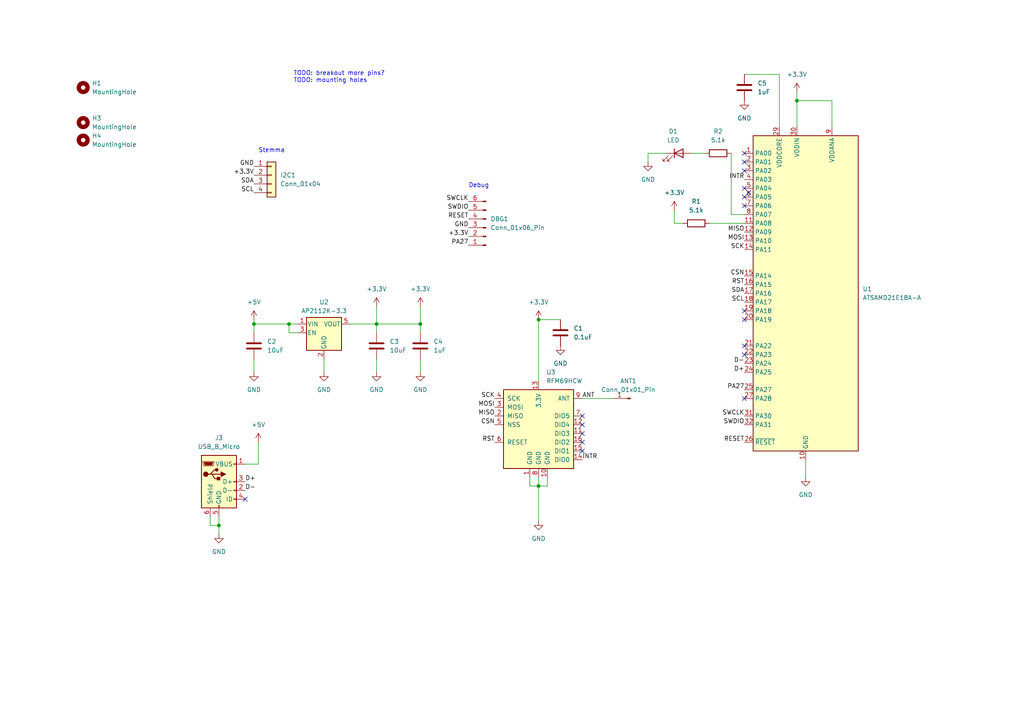
<source format=kicad_sch>
(kicad_sch (version 20230121) (generator eeschema)
  (paper "A4")
  (lib_symbols
    (symbol "Connector:Conn_01x01_Pin" (pin_names (offset 1.016) hide)
      (property "Reference" "J" (at 0 2.54 0))
      (property "Value" "Conn_01x01_Pin" (at 0 -2.54 0))
      (symbol "Conn_01x01_Pin_1_1"
        (polyline (pts (xy 1.27 0) (xy 0.8636 0)) (stroke (width 0.1524)))
        (rectangle (start 0.8636 0.127) (end 0 -0.127) (stroke (width 0.1524)) (fill (type outline)))
        (pin passive line (at 5.08 0 180) (length 3.81) (name "Pin_1") (number "1"))
      )
    )
    (symbol "Connector:Conn_01x06_Pin" (pin_names (offset 1.016) hide)
      (property "Reference" "J" (at 0 7.62 0))
      (property "Value" "Conn_01x06_Pin" (at 0 -10.16 0))
      (symbol "Conn_01x06_Pin_1_1"
        (polyline (pts (xy 1.27 -7.62) (xy 0.8636 -7.62)) (stroke (width 0.1524)))
        (polyline (pts (xy 1.27 -5.08) (xy 0.8636 -5.08)) (stroke (width 0.1524)))
        (polyline (pts (xy 1.27 -2.54) (xy 0.8636 -2.54)) (stroke (width 0.1524)))
        (polyline (pts (xy 1.27 0) (xy 0.8636 0)) (stroke (width 0.1524)))
        (polyline (pts (xy 1.27 2.54) (xy 0.8636 2.54)) (stroke (width 0.1524)))
        (polyline (pts (xy 1.27 5.08) (xy 0.8636 5.08)) (stroke (width 0.1524)))
        (rectangle (start 0.8636 -7.493) (end 0 -7.747) (stroke (width 0.1524)) (fill (type outline)))
        (rectangle (start 0.8636 -4.953) (end 0 -5.207) (stroke (width 0.1524)) (fill (type outline)))
        (rectangle (start 0.8636 -2.413) (end 0 -2.667) (stroke (width 0.1524)) (fill (type outline)))
        (rectangle (start 0.8636 0.127) (end 0 -0.127) (stroke (width 0.1524)) (fill (type outline)))
        (rectangle (start 0.8636 2.667) (end 0 2.413) (stroke (width 0.1524)) (fill (type outline)))
        (rectangle (start 0.8636 5.207) (end 0 4.953) (stroke (width 0.1524)) (fill (type outline)))
        (pin passive line (at 5.08 5.08 180) (length 3.81) (name "Pin_1") (number "1"))
        (pin passive line (at 5.08 2.54 180) (length 3.81) (name "Pin_2") (number "2"))
        (pin passive line (at 5.08 0 180) (length 3.81) (name "Pin_3") (number "3"))
        (pin passive line (at 5.08 -2.54 180) (length 3.81) (name "Pin_4") (number "4"))
        (pin passive line (at 5.08 -5.08 180) (length 3.81) (name "Pin_5") (number "5"))
        (pin passive line (at 5.08 -7.62 180) (length 3.81) (name "Pin_6") (number "6"))
      )
    )
    (symbol "Connector:USB_B_Micro" (pin_names (offset 1.016))
      (property "Reference" "J" (at -5.08 11.43 0))
      (property "Value" "USB_B_Micro" (at -5.08 8.89 0))
      (symbol "USB_B_Micro_0_1"
        (rectangle (start -5.08 -7.62) (end 5.08 7.62) (stroke (width 0.254)) (fill (type background)))
        (circle (center -3.81 2.159) (radius 0.635) (stroke (width 0.254)) (fill (type outline)))
        (circle (center -0.635 3.429) (radius 0.381) (stroke (width 0.254)) (fill (type outline)))
        (rectangle (start -0.127 -7.62) (end 0.127 -6.858))
        (polyline (pts (xy -1.905 2.159) (xy 0.635 2.159)) (stroke (width 0.254)))
        (polyline (pts (xy -3.175 2.159) (xy -2.54 2.159) (xy -1.27 3.429) (xy -0.635 3.429)) (stroke (width 0.254)))
        (polyline (pts (xy -2.54 2.159) (xy -1.905 2.159) (xy -1.27 0.889) (xy 0 0.889)) (stroke (width 0.254)))
        (polyline (pts (xy 0.635 2.794) (xy 0.635 1.524) (xy 1.905 2.159) (xy 0.635 2.794)) (stroke (width 0.254)) (fill (type outline)))
        (polyline (pts (xy -4.318 5.588) (xy -1.778 5.588) (xy -2.032 4.826) (xy -4.064 4.826) (xy -4.318 5.588)) (fill (type outline)))
        (polyline (pts (xy -4.699 5.842) (xy -4.699 5.588) (xy -4.445 4.826) (xy -4.445 4.572) (xy -1.651 4.572) (xy -1.651 4.826) (xy -1.397 5.588) (xy -1.397 5.842) (xy -4.699 5.842)))
        (rectangle (start 0.254 1.27) (end -0.508 0.508) (stroke (width 0.254)) (fill (type outline)))
        (rectangle (start 5.08 -5.207) (end 4.318 -4.953))
        (rectangle (start 5.08 -2.667) (end 4.318 -2.413))
        (rectangle (start 5.08 -0.127) (end 4.318 0.127))
        (rectangle (start 5.08 4.953) (end 4.318 5.207))
      )
      (symbol "USB_B_Micro_1_1"
        (pin power_out line (at 7.62 5.08 180) (length 2.54) (name "VBUS") (number "1"))
        (pin bidirectional line (at 7.62 -2.54 180) (length 2.54) (name "D-") (number "2"))
        (pin bidirectional line (at 7.62 0 180) (length 2.54) (name "D+") (number "3"))
        (pin passive line (at 7.62 -5.08 180) (length 2.54) (name "ID") (number "4"))
        (pin power_out line (at 0 -10.16 90) (length 2.54) (name "GND") (number "5"))
        (pin passive line (at -2.54 -10.16 90) (length 2.54) (name "Shield") (number "6"))
      )
    )
    (symbol "Connector_Generic:Conn_01x04" (pin_names (offset 1.016) hide)
      (property "Reference" "J" (at 0 5.08 0))
      (property "Value" "Conn_01x04" (at 0 -7.62 0))
      (symbol "Conn_01x04_1_1"
        (rectangle (start -1.27 -4.953) (end 0 -5.207) (stroke (width 0.1524)))
        (rectangle (start -1.27 -2.413) (end 0 -2.667) (stroke (width 0.1524)))
        (rectangle (start -1.27 0.127) (end 0 -0.127) (stroke (width 0.1524)))
        (rectangle (start -1.27 2.667) (end 0 2.413) (stroke (width 0.1524)))
        (rectangle (start -1.27 3.81) (end 1.27 -6.35) (stroke (width 0.254)) (fill (type background)))
        (pin passive line (at -5.08 2.54 0) (length 3.81) (name "Pin_1") (number "1"))
        (pin passive line (at -5.08 0 0) (length 3.81) (name "Pin_2") (number "2"))
        (pin passive line (at -5.08 -2.54 0) (length 3.81) (name "Pin_3") (number "3"))
        (pin passive line (at -5.08 -5.08 0) (length 3.81) (name "Pin_4") (number "4"))
      )
    )
    (symbol "Device:C" (pin_numbers hide) (pin_names (offset 0.254))
      (property "Reference" "C" (at 0.635 2.54 0))
      (property "Value" "C" (at 0.635 -2.54 0))
      (symbol "C_0_1"
        (polyline (pts (xy -2.032 -0.762) (xy 2.032 -0.762)) (stroke (width 0.508)))
        (polyline (pts (xy -2.032 0.762) (xy 2.032 0.762)) (stroke (width 0.508)))
      )
      (symbol "C_1_1"
        (pin passive line (at 0 3.81 270) (length 2.794) (name "~") (number "1"))
        (pin passive line (at 0 -3.81 90) (length 2.794) (name "~") (number "2"))
      )
    )
    (symbol "Device:LED" (pin_numbers hide) (pin_names (offset 1.016) hide)
      (property "Reference" "D" (at 0 2.54 0))
      (property "Value" "LED" (at 0 -2.54 0))
      (symbol "LED_0_1"
        (polyline (pts (xy -1.27 -1.27) (xy -1.27 1.27)) (stroke (width 0.254)))
        (polyline (pts (xy -1.27 0) (xy 1.27 0)))
        (polyline (pts (xy 1.27 -1.27) (xy 1.27 1.27) (xy -1.27 0) (xy 1.27 -1.27)) (stroke (width 0.254)))
        (polyline (pts (xy -3.048 -0.762) (xy -4.572 -2.286) (xy -3.81 -2.286) (xy -4.572 -2.286) (xy -4.572 -1.524)))
        (polyline (pts (xy -1.778 -0.762) (xy -3.302 -2.286) (xy -2.54 -2.286) (xy -3.302 -2.286) (xy -3.302 -1.524)))
      )
      (symbol "LED_1_1"
        (pin passive line (at -3.81 0 0) (length 2.54) (name "K") (number "1"))
        (pin passive line (at 3.81 0 180) (length 2.54) (name "A") (number "2"))
      )
    )
    (symbol "Device:R" (pin_numbers hide) (pin_names (offset 0))
      (property "Reference" "R" (at 2.032 0 90))
      (property "Value" "R" (at 0 0 90))
      (symbol "R_0_1"
        (rectangle (start -1.016 -2.54) (end 1.016 2.54) (stroke (width 0.254)))
      )
      (symbol "R_1_1"
        (pin passive line (at 0 3.81 270) (length 1.27) (name "~") (number "1"))
        (pin passive line (at 0 -3.81 90) (length 1.27) (name "~") (number "2"))
      )
    )
    (symbol "MCU_Microchip_SAMD:ATSAMD21E18A-A"
      (property "Reference" "U" (at -13.97 46.99 0))
      (property "Value" "ATSAMD21E18A-A" (at 16.51 46.99 0))
      (symbol "ATSAMD21E18A-A_1_1"
        (rectangle (start -15.24 45.72) (end 15.24 -45.72) (stroke (width 0.254)) (fill (type background)))
        (pin bidirectional line (at -17.78 40.64 0) (length 2.54) (name "PA00") (number "1"))
        (pin power_in line (at 0 -48.26 90) (length 2.54) (name "GND") (number "10"))
        (pin bidirectional line (at -17.78 20.32 0) (length 2.54) (name "PA08") (number "11"))
        (pin bidirectional line (at -17.78 17.78 0) (length 2.54) (name "PA09") (number "12"))
        (pin bidirectional line (at -17.78 15.24 0) (length 2.54) (name "PA10") (number "13"))
        (pin bidirectional line (at -17.78 12.7 0) (length 2.54) (name "PA11") (number "14"))
        (pin bidirectional line (at -17.78 5.08 0) (length 2.54) (name "PA14") (number "15"))
        (pin bidirectional line (at -17.78 2.54 0) (length 2.54) (name "PA15") (number "16"))
        (pin bidirectional line (at -17.78 0 0) (length 2.54) (name "PA16") (number "17"))
        (pin bidirectional line (at -17.78 -2.54 0) (length 2.54) (name "PA17") (number "18"))
        (pin bidirectional line (at -17.78 -5.08 0) (length 2.54) (name "PA18") (number "19"))
        (pin bidirectional line (at -17.78 38.1 0) (length 2.54) (name "PA01") (number "2"))
        (pin bidirectional line (at -17.78 -7.62 0) (length 2.54) (name "PA19") (number "20"))
        (pin bidirectional line (at -17.78 -15.24 0) (length 2.54) (name "PA22") (number "21"))
        (pin bidirectional line (at -17.78 -17.78 0) (length 2.54) (name "PA23") (number "22"))
        (pin bidirectional line (at -17.78 -20.32 0) (length 2.54) (name "PA24") (number "23"))
        (pin bidirectional line (at -17.78 -22.86 0) (length 2.54) (name "PA25") (number "24"))
        (pin bidirectional line (at -17.78 -27.94 0) (length 2.54) (name "PA27") (number "25"))
        (pin input line (at -17.78 -43.18 0) (length 2.54) (name "~{RESET}") (number "26"))
        (pin bidirectional line (at -17.78 -30.48 0) (length 2.54) (name "PA28") (number "27"))
        (pin passive line (at 0 -48.26 90) (length 2.54) hide (name "GND") (number "28"))
        (pin power_out line (at -7.62 48.26 270) (length 2.54) (name "VDDCORE") (number "29"))
        (pin bidirectional line (at -17.78 35.56 0) (length 2.54) (name "PA02") (number "3"))
        (pin power_in line (at -2.54 48.26 270) (length 2.54) (name "VDDIN") (number "30"))
        (pin bidirectional line (at -17.78 -35.56 0) (length 2.54) (name "PA30") (number "31"))
        (pin bidirectional line (at -17.78 -38.1 0) (length 2.54) (name "PA31") (number "32"))
        (pin bidirectional line (at -17.78 33.02 0) (length 2.54) (name "PA03") (number "4"))
        (pin bidirectional line (at -17.78 30.48 0) (length 2.54) (name "PA04") (number "5"))
        (pin bidirectional line (at -17.78 27.94 0) (length 2.54) (name "PA05") (number "6"))
        (pin bidirectional line (at -17.78 25.4 0) (length 2.54) (name "PA06") (number "7"))
        (pin bidirectional line (at -17.78 22.86 0) (length 2.54) (name "PA07") (number "8"))
        (pin power_in line (at 7.62 48.26 270) (length 2.54) (name "VDDANA") (number "9"))
      )
    )
    (symbol "Mechanical:MountingHole" (pin_names (offset 1.016))
      (property "Reference" "H" (at 0 5.08 0))
      (property "Value" "MountingHole" (at 0 3.175 0))
      (symbol "MountingHole_0_1"
        (circle (center 0 0) (radius 1.27) (stroke (width 1.27)))
      )
    )
    (symbol "RF_Module:RFM69HCW" (pin_names (offset 1.016))
      (property "Reference" "U" (at -10.414 11.684 0))
      (property "Value" "RFM69HCW" (at 1.524 11.43 0))
      (symbol "RFM69HCW_0_1"
        (rectangle (start -10.16 10.16) (end 10.16 -12.7) (stroke (width 0.254)) (fill (type background)))
      )
      (symbol "RFM69HCW_1_1"
        (pin power_in line (at -2.54 -15.24 90) (length 2.54) (name "GND") (number "1"))
        (pin power_in line (at 2.54 -15.24 90) (length 2.54) (name "GND") (number "10"))
        (pin bidirectional line (at 12.7 -2.54 180) (length 2.54) (name "DIO3") (number "11"))
        (pin bidirectional line (at 12.7 0 180) (length 2.54) (name "DIO4") (number "12"))
        (pin power_in line (at 0 12.7 270) (length 2.54) (name "3.3V") (number "13"))
        (pin bidirectional line (at 12.7 -10.16 180) (length 2.54) (name "DIO0") (number "14"))
        (pin bidirectional line (at 12.7 -7.62 180) (length 2.54) (name "DIO1") (number "15"))
        (pin bidirectional line (at 12.7 -5.08 180) (length 2.54) (name "DIO2") (number "16"))
        (pin output line (at -12.7 2.54 0) (length 2.54) (name "MISO") (number "2"))
        (pin input line (at -12.7 5.08 0) (length 2.54) (name "MOSI") (number "3"))
        (pin input line (at -12.7 7.62 0) (length 2.54) (name "SCK") (number "4"))
        (pin input line (at -12.7 0 0) (length 2.54) (name "NSS") (number "5"))
        (pin bidirectional line (at -12.7 -5.08 0) (length 2.54) (name "RESET") (number "6"))
        (pin bidirectional line (at 12.7 2.54 180) (length 2.54) (name "DIO5") (number "7"))
        (pin power_in line (at 0 -15.24 90) (length 2.54) (name "GND") (number "8"))
        (pin bidirectional line (at 12.7 7.62 180) (length 2.54) (name "ANT") (number "9"))
      )
    )
    (symbol "Regulator_Linear:AP2112K-3.3" (pin_names (offset 0.254))
      (property "Reference" "U" (at -5.08 5.715 0))
      (property "Value" "AP2112K-3.3" (at 0 5.715 0))
      (symbol "AP2112K-3.3_0_1"
        (rectangle (start -5.08 4.445) (end 5.08 -5.08) (stroke (width 0.254)) (fill (type background)))
      )
      (symbol "AP2112K-3.3_1_1"
        (pin power_in line (at -7.62 2.54 0) (length 2.54) (name "VIN") (number "1"))
        (pin power_in line (at 0 -7.62 90) (length 2.54) (name "GND") (number "2"))
        (pin input line (at -7.62 0 0) (length 2.54) (name "EN") (number "3"))
        (pin no_connect line (at 5.08 0 180) (length 2.54) hide (name "NC") (number "4"))
        (pin power_out line (at 7.62 2.54 180) (length 2.54) (name "VOUT") (number "5"))
      )
    )
    (symbol "power:+3.3V" (power) (pin_names (offset 0))
      (property "Value" "+3.3V" (at 0 3.556 0))
      (symbol "+3.3V_0_1"
        (polyline (pts (xy -0.762 1.27) (xy 0 2.54)))
        (polyline (pts (xy 0 0) (xy 0 2.54)))
        (polyline (pts (xy 0 2.54) (xy 0.762 1.27)))
      )
      (symbol "+3.3V_1_1"
        (pin power_in line (at 0 0 90) (length 0) hide (name "+3.3V") (number "1"))
      )
    )
    (symbol "power:+5V" (power) (pin_names (offset 0))
      (property "Value" "+5V" (at 0 3.556 0))
      (symbol "+5V_0_1"
        (polyline (pts (xy -0.762 1.27) (xy 0 2.54)))
        (polyline (pts (xy 0 0) (xy 0 2.54)))
        (polyline (pts (xy 0 2.54) (xy 0.762 1.27)))
      )
      (symbol "+5V_1_1"
        (pin power_in line (at 0 0 90) (length 0) hide (name "+5V") (number "1"))
      )
    )
    (symbol "power:GND" (power) (pin_names (offset 0))
      (property "Value" "GND" (at 0 -3.81 0))
      (symbol "GND_0_1"
        (polyline (pts (xy 0 0) (xy 0 -1.27) (xy 1.27 -1.27) (xy 0 -2.54) (xy -1.27 -1.27) (xy 0 -1.27)))
      )
      (symbol "GND_1_1"
        (pin power_in line (at 0 0 270) (length 0) hide (name "GND") (number "1"))
      )
    )
  )
  (junction (at 121.92 93.98))
  (junction (at 73.66 93.98))
  (junction (at 109.22 93.98))
  (junction (at 63.5 152.4))
  (junction (at 156.21 140.97))
  (junction (at 156.21 92.71))
  (junction (at 231.14 29.21))
  (junction (at 83.82 93.98))
  (no_connect (at 168.91 123.19))
  (no_connect (at 215.9 100.33))
  (no_connect (at 168.91 125.73))
  (no_connect (at 215.9 46.99))
  (no_connect (at 168.91 120.65))
  (no_connect (at 215.9 90.17))
  (no_connect (at 215.9 44.45))
  (no_connect (at 215.9 115.57))
  (no_connect (at 71.12 144.78))
  (no_connect (at 215.9 92.71))
  (no_connect (at 215.9 57.15))
  (no_connect (at 168.91 128.27))
  (no_connect (at 168.91 130.81))
  (no_connect (at 217.17 55.88))
  (no_connect (at 215.9 49.53))
  (no_connect (at 215.9 59.69))
  (no_connect (at 215.9 102.87))
  (no_connect (at 215.9 54.61))
  (wire (pts (xy 60.96 152.4) (xy 63.5 152.4)))
  (wire (pts (xy 153.67 138.43) (xy 153.67 140.97)))
  (wire (pts (xy 109.22 104.14) (xy 109.22 107.95)))
  (wire (pts (xy 231.14 26.67) (xy 231.14 29.21)))
  (wire (pts (xy 241.3 36.83) (xy 241.3 29.21)))
  (wire (pts (xy 83.82 93.98) (xy 83.82 96.52)))
  (wire (pts (xy 156.21 140.97) (xy 156.21 151.13)))
  (wire (pts (xy 187.96 44.45) (xy 187.96 46.99)))
  (wire (pts (xy 212.09 62.23) (xy 212.09 44.45)))
  (wire (pts (xy 63.5 149.86) (xy 63.5 152.4)))
  (wire (pts (xy 195.58 64.77) (xy 198.12 64.77)))
  (wire (pts (xy 233.68 133.35) (xy 233.68 138.43)))
  (wire (pts (xy 121.92 104.14) (xy 121.92 107.95)))
  (wire (pts (xy 73.66 92.71) (xy 73.66 93.98)))
  (wire (pts (xy 215.9 21.59) (xy 226.06 21.59)))
  (wire (pts (xy 83.82 93.98) (xy 86.36 93.98)))
  (wire (pts (xy 93.98 104.14) (xy 93.98 107.95)))
  (wire (pts (xy 156.21 138.43) (xy 156.21 140.97)))
  (wire (pts (xy 195.58 60.96) (xy 195.58 64.77)))
  (wire (pts (xy 86.36 96.52) (xy 83.82 96.52)))
  (wire (pts (xy 215.9 62.23) (xy 212.09 62.23)))
  (wire (pts (xy 71.12 134.62) (xy 74.93 134.62)))
  (wire (pts (xy 121.92 88.9) (xy 121.92 93.98)))
  (wire (pts (xy 168.91 115.57) (xy 177.8 115.57)))
  (wire (pts (xy 73.66 93.98) (xy 73.66 96.52)))
  (wire (pts (xy 200.66 44.45) (xy 204.47 44.45)))
  (wire (pts (xy 156.21 92.71) (xy 162.56 92.71)))
  (wire (pts (xy 241.3 29.21) (xy 231.14 29.21)))
  (wire (pts (xy 63.5 152.4) (xy 63.5 154.94)))
  (wire (pts (xy 158.75 138.43) (xy 158.75 140.97)))
  (wire (pts (xy 153.67 140.97) (xy 156.21 140.97)))
  (wire (pts (xy 109.22 93.98) (xy 121.92 93.98)))
  (wire (pts (xy 193.04 44.45) (xy 187.96 44.45)))
  (wire (pts (xy 101.6 93.98) (xy 109.22 93.98)))
  (wire (pts (xy 158.75 140.97) (xy 156.21 140.97)))
  (wire (pts (xy 231.14 29.21) (xy 231.14 36.83)))
  (wire (pts (xy 73.66 93.98) (xy 83.82 93.98)))
  (wire (pts (xy 109.22 88.9) (xy 109.22 93.98)))
  (wire (pts (xy 109.22 93.98) (xy 109.22 96.52)))
  (wire (pts (xy 205.74 64.77) (xy 215.9 64.77)))
  (wire (pts (xy 226.06 21.59) (xy 226.06 36.83)))
  (wire (pts (xy 73.66 104.14) (xy 73.66 107.95)))
  (wire (pts (xy 156.21 92.71) (xy 156.21 110.49)))
  (wire (pts (xy 74.93 134.62) (xy 74.93 128.27)))
  (wire (pts (xy 121.92 93.98) (xy 121.92 96.52)))
  (wire (pts (xy 60.96 149.86) (xy 60.96 152.4)))
  (text "Debug" (at 135.89 54.61 0) (effects (font (size 1.27 1.27)) (justify left bottom)))
  (text "Stemma" (at 74.93 44.45 0) (effects (font (size 1.27 1.27)) (justify left bottom)))
  (text "TODO: breakout more pins?\nTODO: mounting holes" (at 85.09 24.13 0) (effects (font (size 1.27 1.27)) (justify left bottom)))
  (label "INTR" (at 215.9 52.07 180))
  (label "GND" (at 135.89 66.04 180))
  (label "SDA" (at 73.66 53.34 180))
  (label "INTR" (at 168.91 133.35 0))
  (label "MOSI" (at 215.9 69.85 180))
  (label "CSN" (at 215.9 80.01 180))
  (label "SWCLK" (at 135.89 58.42 180))
  (label "MISO" (at 215.9 67.31 180))
  (label "MOSI" (at 143.51 118.11 180))
  (label "+3.3V" (at 135.89 68.58 180))
  (label "SCK" (at 215.9 72.39 180))
  (label "RST" (at 143.51 128.27 180))
  (label "MISO" (at 143.51 120.65 180))
  (label "ANT" (at 168.91 115.57 0))
  (label "D+" (at 215.9 107.95 180))
  (label "SCK" (at 143.51 115.57 180))
  (label "RST" (at 215.9 82.55 180))
  (label "D-" (at 71.12 142.24 0))
  (label "SWCLK" (at 215.9 120.65 180))
  (label "GND" (at 73.66 48.26 180))
  (label "D-" (at 215.9 105.41 180))
  (label "RESET" (at 215.9 128.27 180))
  (label "PA27" (at 135.89 71.12 180))
  (label "D+" (at 71.12 139.7 0))
  (label "SCL" (at 73.66 55.88 180))
  (label "SWDIO" (at 215.9 123.19 180))
  (label "PA27" (at 215.9 113.03 180))
  (label "SDA" (at 215.9 85.09 180))
  (label "RESET" (at 135.89 63.5 180))
  (label "CSN" (at 143.51 123.19 180))
  (label "SWDIO" (at 135.89 60.96 180))
  (label "SCL" (at 215.9 87.63 180))
  (label "+3.3V" (at 73.66 50.8 180))
  (symbol (lib_id "power:GND") (at 156.21 151.13 0) (unit 1)
    (property "Reference" "#PWR05" (effects hide))
    (property "Value" "GND" (at 156.21 156.21 0))
  )
  (symbol (lib_id "power:+3.3V") (at 156.21 92.71 0) (unit 1)
    (property "Reference" "#PWR04" (effects hide))
    (property "Value" "+3.3V" (at 156.21 87.63 0))
  )
  (symbol (lib_id "Connector:USB_B_Micro") (at 63.5 139.7 0) (unit 1)
    (property "Reference" "J3" (at 63.5 127 0))
    (property "Value" "USB_B_Micro" (at 63.5 129.54 0))
    (property "Footprint" "Connector_USB:USB_Micro-B_Amphenol_10118193-0001LF_Horizontal" (effects hide))
  )
  (symbol (lib_id "MCU_Microchip_SAMD:ATSAMD21E18A-A") (at 233.68 85.09 0) (unit 1)
    (property "Reference" "U1" (at 250.19 83.82 0) (effects (justify left)))
    (property "Value" "ATSAMD21E18A-A" (at 250.19 86.36 0) (effects (justify left)))
    (property "Footprint" "Package_QFP:TQFP-32_7x7mm_P0.8mm" (effects hide))
    (property "Datasheet" "http://ww1.microchip.com/downloads/en/DeviceDoc/SAM_D21_DA1_Family_Data%20Sheet_DS40001882E.pdf" (effects hide))
  )
  (symbol (lib_id "Connector:Conn_01x01_Pin") (at 182.88 115.57 0) (mirror y) (unit 1)
    (property "Reference" "ANT1" (at 182.245 110.49 0))
    (property "Value" "Conn_01x01_Pin" (at 182.245 113.03 0))
    (property "Footprint" "Connector_Pin:Pin_D1.0mm_L10.0mm" (effects hide))
  )
  (symbol (lib_id "Device:R") (at 208.28 44.45 90) (unit 1)
    (property "Reference" "R2" (at 208.28 38.1 90))
    (property "Value" "5.1k" (at 208.28 40.64 90))
    (property "Footprint" "Resistor_SMD:R_0805_2012Metric" (effects hide))
  )
  (symbol (lib_id "power:GND") (at 121.92 107.95 0) (unit 1)
    (property "Reference" "#PWR013" (effects hide))
    (property "Value" "GND" (at 121.92 113.03 0))
  )
  (symbol (lib_id "power:+3.3V") (at 121.92 88.9 0) (unit 1)
    (property "Reference" "#PWR012" (effects hide))
    (property "Value" "+3.3V" (at 121.92 83.82 0))
  )
  (symbol (lib_id "Device:C") (at 121.92 100.33 0) (unit 1)
    (property "Reference" "C4" (at 125.73 99.06 0) (effects (justify left)))
    (property "Value" "1uF" (at 125.73 101.6 0) (effects (justify left)))
    (property "Footprint" "Capacitor_SMD:C_0805_2012Metric" (effects hide))
  )
  (symbol (lib_id "Mechanical:MountingHole") (at 24.13 40.64 0) (unit 1)
    (property "Reference" "H4" (at 26.67 39.37 0) (effects (justify left)))
    (property "Value" "MountingHole" (at 26.67 41.91 0) (effects (justify left)))
    (property "Footprint" "MountingHole:MountingHole_2.2mm_M2" (effects hide))
  )
  (symbol (lib_id "power:+5V") (at 74.93 128.27 0) (unit 1)
    (property "Reference" "#PWR02" (effects hide))
    (property "Value" "+5V" (at 74.93 123.19 0))
  )
  (symbol (lib_id "power:GND") (at 109.22 107.95 0) (unit 1)
    (property "Reference" "#PWR011" (effects hide))
    (property "Value" "GND" (at 109.22 113.03 0))
  )
  (symbol (lib_id "Regulator_Linear:AP2112K-3.3") (at 93.98 96.52 0) (unit 1)
    (property "Reference" "U2" (at 93.98 87.63 0))
    (property "Value" "AP2112K-3.3" (at 93.98 90.17 0))
    (property "Footprint" "Package_TO_SOT_SMD:SOT-23-5" (effects hide))
    (property "Datasheet" "https://www.diodes.com/assets/Datasheets/AP2112.pdf" (effects hide))
  )
  (symbol (lib_id "power:GND") (at 215.9 29.21 0) (unit 1)
    (property "Reference" "#PWR015" (effects hide))
    (property "Value" "GND" (at 215.9 34.29 0))
  )
  (symbol (lib_id "RF_Module:RFM69HCW") (at 156.21 123.19 0) (unit 1)
    (property "Reference" "U3" (at 158.4041 107.95 0) (effects (justify left)))
    (property "Value" "RFM69HCW" (at 158.4041 110.49 0) (effects (justify left)))
    (property "Footprint" "RF_Module:HOPERF_RFM9XW_SMD" (effects hide))
    (property "Datasheet" "https://www.hoperf.com/data/upload/portal/20181127/5bfcb8284d838.pdf" (effects hide))
  )
  (symbol (lib_id "power:GND") (at 162.56 100.33 0) (unit 1)
    (property "Reference" "#PWR03" (effects hide))
    (property "Value" "GND" (at 162.56 105.41 0))
  )
  (symbol (lib_id "power:+3.3V") (at 195.58 60.96 0) (unit 1)
    (property "Reference" "#PWR016" (effects hide))
    (property "Value" "+3.3V" (at 195.58 55.88 0))
  )
  (symbol (lib_id "power:+5V") (at 73.66 92.71 0) (unit 1)
    (property "Reference" "#PWR07" (effects hide))
    (property "Value" "+5V" (at 73.66 87.63 0))
  )
  (symbol (lib_id "Connector_Generic:Conn_01x04") (at 78.74 50.8 0) (unit 1)
    (property "Reference" "I2C1" (at 81.28 50.8 0) (effects (justify left)))
    (property "Value" "Conn_01x04" (at 81.28 53.34 0) (effects (justify left)))
    (property "Footprint" "Connector_JST:JST_SH_SM04B-SRSS-TB_1x04-1MP_P1.00mm_Horizontal" (effects hide))
  )
  (symbol (lib_id "Mechanical:MountingHole") (at 24.13 25.4 0) (unit 1)
    (property "Reference" "H1" (at 26.67 24.13 0) (effects (justify left)))
    (property "Value" "MountingHole" (at 26.67 26.67 0) (effects (justify left)))
    (property "Footprint" "MountingHole:MountingHole_2.2mm_M2" (effects hide))
  )
  (symbol (lib_id "power:GND") (at 93.98 107.95 0) (unit 1)
    (property "Reference" "#PWR09" (effects hide))
    (property "Value" "GND" (at 93.98 113.03 0))
  )
  (symbol (lib_id "power:+3.3V") (at 109.22 88.9 0) (unit 1)
    (property "Reference" "#PWR010" (effects hide))
    (property "Value" "+3.3V" (at 109.22 83.82 0))
  )
  (symbol (lib_id "Device:C") (at 162.56 96.52 0) (unit 1)
    (property "Reference" "C1" (at 166.37 95.25 0) (effects (justify left)))
    (property "Value" "0.1uF" (at 166.37 97.79 0) (effects (justify left)))
    (property "Footprint" "Capacitor_SMD:C_0805_2012Metric" (effects hide))
  )
  (symbol (lib_id "Mechanical:MountingHole") (at 24.13 35.56 0) (unit 1)
    (property "Reference" "H3" (at 26.67 34.29 0) (effects (justify left)))
    (property "Value" "MountingHole" (at 26.67 36.83 0) (effects (justify left)))
    (property "Footprint" "MountingHole:MountingHole_2.2mm_M2" (effects hide))
  )
  (symbol (lib_id "power:GND") (at 63.5 154.94 0) (unit 1)
    (property "Reference" "#PWR01" (effects hide))
    (property "Value" "GND" (at 63.5 160.02 0))
  )
  (symbol (lib_id "power:GND") (at 187.96 46.99 0) (unit 1)
    (property "Reference" "#PWR018" (effects hide))
    (property "Value" "GND" (at 187.96 52.07 0))
  )
  (symbol (lib_id "Device:LED") (at 196.85 44.45 0) (unit 1)
    (property "Reference" "D1" (at 195.2625 38.1 0))
    (property "Value" "LED" (at 195.2625 40.64 0))
    (property "Footprint" "LED_SMD:LED_0805_2012Metric" (effects hide))
  )
  (symbol (lib_id "Device:C") (at 73.66 100.33 0) (unit 1)
    (property "Reference" "C2" (at 77.47 99.06 0) (effects (justify left)))
    (property "Value" "10uF" (at 77.47 101.6 0) (effects (justify left)))
    (property "Footprint" "Capacitor_SMD:C_0805_2012Metric" (effects hide))
  )
  (symbol (lib_id "power:GND") (at 73.66 107.95 0) (unit 1)
    (property "Reference" "#PWR08" (effects hide))
    (property "Value" "GND" (at 73.66 113.03 0))
  )
  (symbol (lib_id "Device:C") (at 109.22 100.33 0) (unit 1)
    (property "Reference" "C3" (at 113.03 99.06 0) (effects (justify left)))
    (property "Value" "10uF" (at 113.03 101.6 0) (effects (justify left)))
    (property "Footprint" "Capacitor_SMD:C_0805_2012Metric" (effects hide))
  )
  (symbol (lib_id "Device:C") (at 215.9 25.4 0) (unit 1)
    (property "Reference" "C5" (at 219.71 24.13 0) (effects (justify left)))
    (property "Value" "1uF" (at 219.71 26.67 0) (effects (justify left)))
    (property "Footprint" "Capacitor_SMD:C_0805_2012Metric" (effects hide))
  )
  (symbol (lib_id "Connector:Conn_01x06_Pin") (at 140.97 66.04 180) (unit 1)
    (property "Reference" "DBG1" (at 142.24 63.5 0) (effects (justify right)))
    (property "Value" "Conn_01x06_Pin" (at 142.24 66.04 0) (effects (justify right)))
    (property "Footprint" "Connector_PinHeader_2.54mm:PinHeader_1x06_P2.54mm_Vertical" (effects hide))
  )
  (symbol (lib_id "power:GND") (at 233.68 138.43 0) (unit 1)
    (property "Reference" "#PWR06" (effects hide))
    (property "Value" "GND" (at 233.68 143.51 0))
  )
  (symbol (lib_id "power:+3.3V") (at 231.14 26.67 0) (unit 1)
    (property "Reference" "#PWR014" (effects hide))
    (property "Value" "+3.3V" (at 231.14 21.59 0))
  )
  (symbol (lib_id "Device:R") (at 201.93 64.77 90) (unit 1)
    (property "Reference" "R1" (at 201.93 58.42 90))
    (property "Value" "5.1k" (at 201.93 60.96 90))
    (property "Footprint" "Resistor_SMD:R_0805_2012Metric" (effects hide))
  )
)
</source>
